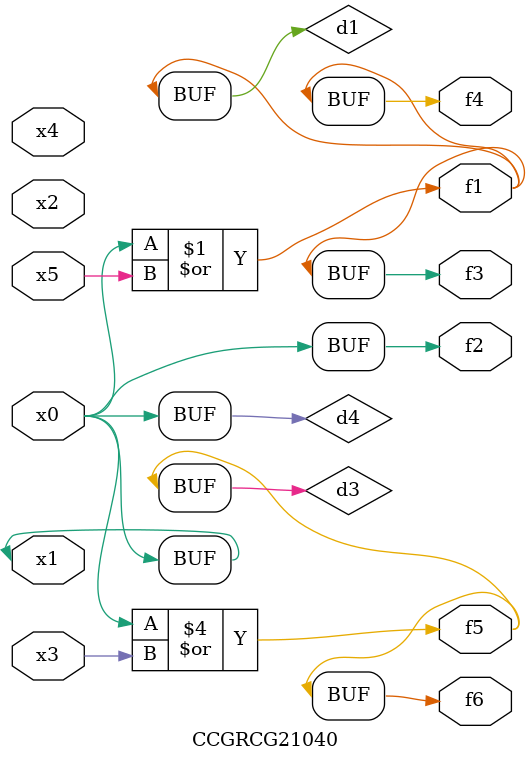
<source format=v>
module CCGRCG21040(
	input x0, x1, x2, x3, x4, x5,
	output f1, f2, f3, f4, f5, f6
);

	wire d1, d2, d3, d4;

	or (d1, x0, x5);
	xnor (d2, x1, x4);
	or (d3, x0, x3);
	buf (d4, x0, x1);
	assign f1 = d1;
	assign f2 = d4;
	assign f3 = d1;
	assign f4 = d1;
	assign f5 = d3;
	assign f6 = d3;
endmodule

</source>
